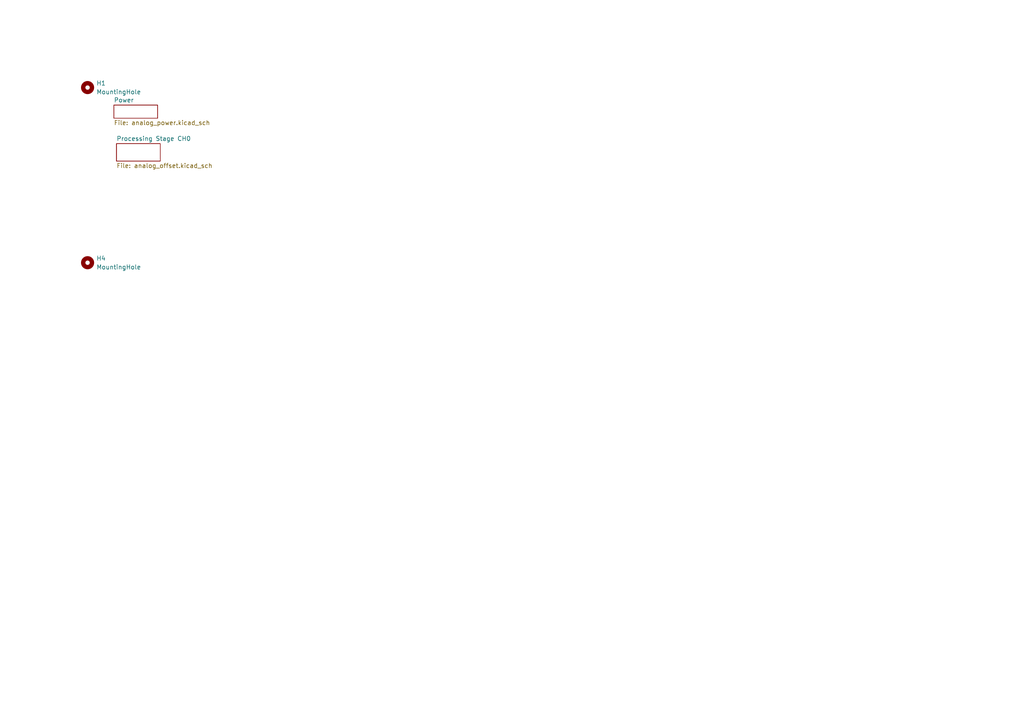
<source format=kicad_sch>
(kicad_sch (version 20231120) (generator "eeschema") (generator_version "8.0")
  (paper "A4")
  (lib_symbols
    (symbol "Mechanical:MountingHole" (pin_names (offset 1.016)) (exclude_from_sim yes) (in_bom no)
      (property "Reference" "H" (at 0 5.08 0))
      (property "Value" "MountingHole" (at 0 3.175 0))
      (symbol "MountingHole_0_1"
        (circle (center 0 0) (radius 1.27) (stroke (width 1.27)))
      )
    )
  )
  (symbol (lib_id "Mechanical:MountingHole") (at 25.4 76.2 0) (unit 1) (exclude_from_sim yes) (in_bom no)
    (property "Reference" "H4" (at 27.94 74.9299 0) (effects (justify left)))
    (property "Value" "MountingHole" (at 27.94 77.4699 0) (effects (justify left)))
    (property "Footprint" "MountingHole:MountingHole_3.2mm_M3" (effects (hide yes)))
    (property "Description" "Mounting Hole without connection" (effects (hide yes)))
  )
  (symbol (lib_id "Mechanical:MountingHole") (at 25.4 25.4 0) (unit 1) (exclude_from_sim yes) (in_bom no)
    (property "Reference" "H1" (at 27.94 24.1299 0) (effects (justify left)))
    (property "Value" "MountingHole" (at 27.94 26.6699 0) (effects (justify left)))
    (property "Footprint" "MountingHole:MountingHole_3.2mm_M3" (effects (hide yes)))
    (property "Description" "Mounting Hole without connection" (effects (hide yes)))
  )
  (sheet (at 33.02 30.48) (size 12.7 3.81) (stroke (width 0.1524))
    (property "Sheetname" "Power" (at 33.02 29.7684 0) (effects (justify left bottom)))
    (property "Sheetfile" "analog_power.kicad_sch" (at 33.02 34.8746 0) (effects (justify left top)))
  )
  (sheet (at 33.782 41.656) (size 12.7 5.08) (stroke (width 0.1524))
    (property "Sheetname" "Processing Stage CH0" (at 33.782 40.9444 0) (effects (justify left bottom)))
    (property "Sheetfile" "analog_offset.kicad_sch" (at 33.782 47.3206 0) (effects (justify left top)))
  )
)
</source>
